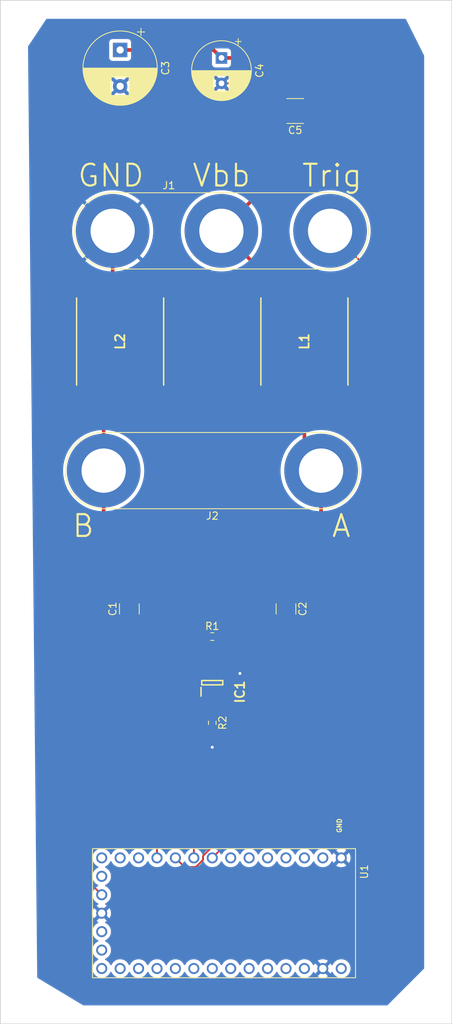
<source format=kicad_pcb>
(kicad_pcb (version 20211014) (generator pcbnew)
  (layers (0 "F.Cu" signal) (31 "B.Cu" signal) (34 "B.Paste" user) (35 "F.Paste" user) (36 "B.SilkS" user "B.Silkscreen") (37 "F.SilkS" user "F.Silkscreen") (38 "B.Mask" user) (39 "F.Mask" user) (44 "Edge.Cuts" user))
  (net 0 "")
  (net 8 "B")
  (net 9 "A")
  (net 10 "Vbb")
  (net 25 "GND")
  (net 26 "Net-(IC1-Pad1)")
  (net 27 "MODE")
  (net 31 "Net-(IC1-Pad3)")
  (net 32 "Net-(IC1-Pad4)")
  (net 33 "3.3V")
  (net 34 "Trig")
  (net 35 "Net-(C1-Pad1)")
  (net 36 "Net-(C2-Pad2)")
  (footprint "MSS1278-124KLD:INDPM120120X805N" (layer "F.Cu") (at 115.57 111.76 -90)
    (fp_text reference "L1" (at 0 0 90) (layer "F.SilkS") (effects (font (size 1.27 1.27) (thickness 0.254))))
    (fp_text value "120 uH - 1.9A" hide)
    (fp_line (start -6 6) (end 6 6) (layer "F.SilkS") (width 0.2))
    (fp_line (start 6 -6) (end -6 -6) (layer "F.SilkS") (width 0.2))
    (pad "1" smd rect (at -4.4 0 270) (size 4.5 5.1) (layers "F.Cu" "F.Paste" "F.Mask") (net 10 "Vbb"))
    (pad "2" smd rect (at 4.4 0 270) (size 4.5 5.1) (layers "F.Cu" "F.Paste" "F.Mask") (net 9 "A"))
  )
  (footprint "Connector:Banana_Jack_3Pin" (layer "F.Cu") (at 89.14 96.52)
    (fp_text reference "J1" (at 7.75 -6.25) (layer "F.SilkS"))
    (fp_text value "Conn_01x03")
    (fp_line (start 0 5.25) (end 30 5.25) (layer "F.SilkS") (width 0.12))
    (fp_line (start 30 -5.25) (end 0 -5.25) (layer "F.SilkS") (width 0.12))
    (fp_arc (start 30 -5.25) (mid 35.25 0) (end 30 5.25) (layer "F.SilkS") (width 0.12))
    (fp_arc (start 0 5.25) (mid -5.25 0) (end 0 -5.25) (layer "F.SilkS") (width 0.12))
    (pad "1" thru_hole circle (at 0 0) (size 10.16 10.16) (drill 6.1) (layers *.Cu *.Mask) (net 25 "GND"))
    (pad "2" thru_hole circle (at 14.99 0) (size 10.16 10.16) (drill 6.1) (layers *.Cu *.Mask) (net 10 "Vbb"))
    (pad "3" thru_hole circle (at 29.97 0) (size 10.16 10.16) (drill 6.1) (layers *.Cu *.Mask) (net 34 "Trig"))
  )
  (footprint "Resistor_SMD:R_0603_1608Metric" (layer "F.Cu") (at 102.87 152.4)
    (fp_text reference "R1" (at 0 -1.43) (layer "F.SilkS"))
    (fp_text value "120")
    (fp_line (start -0.237258 0.5225) (end 0.237258 0.5225) (layer "F.SilkS") (width 0.12))
    (fp_line (start -0.237258 -0.5225) (end 0.237258 -0.5225) (layer "F.SilkS") (width 0.12))
    (pad "1" smd roundrect (at -0.825 0) (size 0.8 0.95) (layers "F.Cu" "F.Paste" "F.Mask") (net 35 "Net-(C1-Pad1)"))
    (pad "2" smd roundrect (at 0.825 0) (size 0.8 0.95) (layers "F.Cu" "F.Paste" "F.Mask") (net 36 "Net-(C2-Pad2)"))
  )
  (footprint "MSS1278-124KLD:INDPM120120X805N" (layer "F.Cu") (at 90.17 111.76 -90)
    (fp_text reference "L2" (at 0 0 90) (layer "F.SilkS") (effects (font (size 1.27 1.27) (thickness 0.254))))
    (fp_text value "120 uH - 1.9A" hide)
    (fp_line (start 6 -6) (end -6 -6) (layer "F.SilkS") (width 0.2))
    (fp_line (start -6 6) (end 6 6) (layer "F.SilkS") (width 0.2))
    (pad "1" smd rect (at -4.4 0 270) (size 4.5 5.1) (layers "F.Cu" "F.Paste" "F.Mask") (net 25 "GND"))
    (pad "2" smd rect (at 4.4 0 270) (size 4.5 5.1) (layers "F.Cu" "F.Paste" "F.Mask") (net 8 "B"))
  )
  (footprint "Capacitor_THT:CP_Radial_D8.0mm_P3.50mm" (layer "F.Cu") (at 104.14 72.7 -90)
    (fp_text reference "C4" (at 1.75 -5.25 90) (layer "F.SilkS"))
    (fp_text value "10 uF - 200V")
    (fp_line (start 2.951 -3.902) (end 2.951 -1.04) (layer "F.SilkS") (width 0.12))
    (fp_line (start 5.271 -2.102) (end 5.271 2.102) (layer "F.SilkS") (width 0.12))
    (fp_line (start 2.751 1.04) (end 2.751 3.957) (layer "F.SilkS") (width 0.12))
    (fp_line (start 3.791 -3.54) (end 3.791 -1.04) (layer "F.SilkS") (width 0.12))
    (fp_line (start 1.83 -4.08) (end 1.83 4.08) (layer "F.SilkS") (width 0.12))
    (fp_line (start 5.391 -1.89) (end 5.391 1.89) (layer "F.SilkS") (width 0.12))
    (fp_line (start 4.831 -2.697) (end 4.831 2.697) (layer "F.SilkS") (width 0.12))
    (fp_line (start 3.951 1.04) (end 3.951 3.444) (layer "F.SilkS") (width 0.12))
    (fp_line (start -2.659698 -2.315) (end -1.859698 -2.315) (layer "F.SilkS") (width 0.12))
    (fp_line (start 2.11 -4.065) (end 2.11 4.065) (layer "F.SilkS") (width 0.12))
    (fp_line (start 5.471 -1.731) (end 5.471 1.731) (layer "F.SilkS") (width 0.12))
    (fp_line (start 2.551 1.04) (end 2.551 4.002) (layer "F.SilkS") (width 0.12))
    (fp_line (start 2.951 1.04) (end 2.951 3.902) (layer "F.SilkS") (width 0.12))
    (fp_line (start 2.31 -4.042) (end 2.31 4.042) (layer "F.SilkS") (width 0.12))
    (fp_line (start 4.311 1.04) (end 4.311 3.189) (layer "F.SilkS") (width 0.12))
    (fp_line (start 5.551 -1.552) (end 5.551 1.552) (layer "F.SilkS") (width 0.12))
    (fp_line (start 2.911 1.04) (end 2.911 3.914) (layer "F.SilkS") (width 0.12))
    (fp_line (start 2.591 1.04) (end 2.591 3.994) (layer "F.SilkS") (width 0.12))
    (fp_line (start 2.19 -4.057) (end 2.19 4.057) (layer "F.SilkS") (width 0.12))
    (fp_line (start 3.831 -3.517) (end 3.831 -1.04) (layer "F.SilkS") (width 0.12))
    (fp_line (start 4.591 -2.945) (end 4.591 2.945) (layer "F.SilkS") (width 0.12))
    (fp_line (start 3.391 1.04) (end 3.391 3.74) (layer "F.SilkS") (width 0.12))
    (fp_line (start 1.99 -4.074) (end 1.99 4.074) (layer "F.SilkS") (width 0.12))
    (fp_line (start 3.431 -3.722) (end 3.431 -1.04) (layer "F.SilkS") (width 0.12))
    (fp_line (start 2.671 -3.976) (end 2.671 -1.04) (layer "F.SilkS") (width 0.12))
    (fp_line (start 4.271 -3.22) (end 4.271 -1.04) (layer "F.SilkS") (width 0.12))
    (fp_line (start 1.79 -4.08) (end 1.79 4.08) (layer "F.SilkS") (width 0.12))
    (fp_line (start 3.111 -3.85) (end 3.111 -1.04) (layer "F.SilkS") (width 0.12))
    (fp_line (start 4.071 -3.365) (end 4.071 -1.04) (layer "F.SilkS") (width 0.12))
    (fp_line (start 5.231 -2.166) (end 5.231 2.166) (layer "F.SilkS") (width 0.12))
    (fp_line (start 3.351 1.04) (end 3.351 3.757) (layer "F.SilkS") (width 0.12))
    (fp_line (start 3.071 1.04) (end 3.071 3.863) (layer "F.SilkS") (width 0.12))
    (fp_line (start 4.711 -2.826) (end 4.711 2.826) (layer "F.SilkS") (width 0.12))
    (fp_line (start 4.191 -3.28) (end 4.191 -1.04) (layer "F.SilkS") (width 0.12))
    (fp_line (start 3.031 -3.877) (end 3.031 -1.04) (layer "F.SilkS") (width 0.12))
    (fp_line (start 4.111 1.04) (end 4.111 3.338) (layer "F.SilkS") (width 0.12))
    (fp_line (start 4.071 1.04) (end 4.071 3.365) (layer "F.SilkS") (width 0.12))
    (fp_line (start 2.03 -4.071) (end 2.03 4.071) (layer "F.SilkS") (width 0.12))
    (fp_line (start 4.391 1.04) (end 4.391 3.124) (layer "F.SilkS") (width 0.12))
    (fp_line (start 2.791 -3.947) (end 2.791 -1.04) (layer "F.SilkS") (width 0.12))
    (fp_line (start 2.471 1.04) (end 2.471 4.017) (layer "F.SilkS") (width 0.12))
    (fp_line (start -2.259698 -2.715) (end -2.259698 -1.915) (layer "F.SilkS") (width 0.12))
    (fp_line (start 5.431 -1.813) (end 5.431 1.813) (layer "F.SilkS") (width 0.12))
    (fp_line (start 3.391 -3.74) (end 3.391 -1.04) (layer "F.SilkS") (width 0.12))
    (fp_line (start 3.551 1.04) (end 3.551 3.666) (layer "F.SilkS") (width 0.12))
    (fp_line (start 3.991 -3.418) (end 3.991 -1.04) (layer "F.SilkS") (width 0.12))
    (fp_line (start 3.191 -3.821) (end 3.191 -1.04) (layer "F.SilkS") (width 0.12))
    (fp_line (start 4.471 -3.055) (end 4.471 -1.04) (layer "F.SilkS") (width 0.12))
    (fp_line (start 5.711 -1.098) (end 5.711 1.098) (layer "F.SilkS") (width 0.12))
    (fp_line (start 2.551 -4.002) (end 2.551 -1.04) (layer "F.SilkS") (width 0.12))
    (fp_line (start 3.311 -3.774) (end 3.311 -1.04) (layer "F.SilkS") (width 0.12))
    (fp_line (start 3.511 1.04) (end 3.511 3.686) (layer "F.SilkS") (width 0.12))
    (fp_line (start 2.711 -3.967) (end 2.711 -1.04) (layer "F.SilkS") (width 0.12))
    (fp_line (start 4.231 1.04) (end 4.231 3.25) (layer "F.SilkS") (width 0.12))
    (fp_line (start 3.191 1.04) (end 3.191 3.821) (layer "F.SilkS") (width 0.12))
    (fp_line (start 4.271 1.04) (end 4.271 3.22) (layer "F.SilkS") (width 0.12))
    (fp_line (start 4.631 -2.907) (end 4.631 2.907) (layer "F.SilkS") (width 0.12))
    (fp_line (start 4.551 -2.983) (end 4.551 2.983) (layer "F.SilkS") (width 0.12))
    (fp_line (start 4.871 -2.651) (end 4.871 2.651) (layer "F.SilkS") (width 0.12))
    (fp_line (start 3.551 -3.666) (end 3.551 -1.04) (layer "F.SilkS") (width 0.12))
    (fp_line (start 4.351 -3.156) (end 4.351 -1.04) (layer "F.SilkS") (width 0.12))
    (fp_line (start 4.671 -2.867) (end 4.671 2.867) (layer "F.SilkS") (width 0.12))
    (fp_line (start 3.271 -3.79) (end 3.271 -1.04) (layer "F.SilkS") (width 0.12))
    (fp_line (start 2.871 -3.925) (end 2.871 -1.04) (layer "F.SilkS") (width 0.12))
    (fp_line (start 2.991 1.04) (end 2.991 3.889) (layer "F.SilkS") (width 0.12))
    (fp_line (start 1.95 -4.076) (end 1.95 4.076) (layer "F.SilkS") (width 0.12))
    (fp_line (start 5.351 -1.964) (end 5.351 1.964) (layer "F.SilkS") (width 0.12))
    (fp_line (start 5.031 -2.454) (end 5.031 2.454) (layer "F.SilkS") (width 0.12))
    (fp_line (start 3.871 1.04) (end 3.871 3.493) (layer "F.SilkS") (width 0.12))
    (fp_line (start 2.35 -4.037) (end 2.35 4.037) (layer "F.SilkS") (width 0.12))
    (fp_line (start 4.511 -3.019) (end 4.511 -1.04) (layer "F.SilkS") (width 0.12))
    (fp_line (start 1.91 -4.077) (end 1.91 4.077) (layer "F.SilkS") (width 0.12))
    (fp_line (start 5.831 -0.533) (end 5.831 0.533) (layer "F.SilkS") (width 0.12))
    (fp_line (start 5.591 -1.453) (end 5.591 1.453) (layer "F.SilkS") (width 0.12))
    (fp_line (start 2.671 1.04) (end 2.671 3.976) (layer "F.SilkS") (width 0.12))
    (fp_line (start 2.39 -4.03) (end 2.39 4.03) (layer "F.SilkS") (width 0.12))
    (fp_line (start 2.631 -3.985) (end 2.631 -1.04) (layer "F.SilkS") (width 0.12))
    (fp_line (start 5.631 -1.346) (end 5.631 1.346) (layer "F.SilkS") (width 0.12))
    (fp_line (start 3.791 1.04) (end 3.791 3.54) (layer "F.SilkS") (width 0.12))
    (fp_line (start 2.711 1.04) (end 2.711 3.967) (layer "F.SilkS") (width 0.12))
    (fp_line (start 3.151 -3.835) (end 3.151 -1.04) (layer "F.SilkS") (width 0.12))
    (fp_line (start 3.671 1.04) (end 3.671 3.606) (layer "F.SilkS") (width 0.12))
    (fp_line (start 3.711 -3.584) (end 3.711 -1.04) (layer "F.SilkS") (width 0.12))
    (fp_line (start 2.831 1.04) (end 2.831 3.936) (layer "F.SilkS") (width 0.12))
    (fp_line (start 1.87 -4.079) (end 1.87 4.079) (layer "F.SilkS") (width 0.12))
    (fp_line (start 2.911 -3.914) (end 2.911 -1.04) (layer "F.SilkS") (width 0.12))
    (fp_line (start 3.471 -3.704) (end 3.471 -1.04) (layer "F.SilkS") (width 0.12))
    (fp_line (start 4.431 -3.09) (end 4.431 -1.04) (layer "F.SilkS") (width 0.12))
    (fp_line (start 4.311 -3.189) (end 4.311 -1.04) (layer "F.SilkS") (width 0.12))
    (fp_line (start 3.991 1.04) (end 3.991 3.418) (layer "F.SilkS") (width 0.12))
    (fp_line (start 2.751 -3.957) (end 2.751 -1.04) (layer "F.SilkS") (width 0.12))
    (fp_line (start 5.511 -1.645) (end 5.511 1.645) (layer "F.SilkS") (width 0.12))
    (fp_line (start 5.791 -0.768) (end 5.791 0.768) (layer "F.SilkS") (width 0.12))
    (fp_line (start 2.43 -4.024) (end 2.43 4.024) (layer "F.SilkS") (width 0.12))
    (fp_line (start 2.471 -4.017) (end 2.471 -1.04) (layer "F.SilkS") (width 0.12))
    (fp_line (start 2.991 -3.889) (end 2.991 -1.04) (layer "F.SilkS") (width 0.12))
    (fp_line (start 5.111 -2.345) (end 5.111 2.345) (layer "F.SilkS") (width 0.12))
    (fp_line (start 3.831 1.04) (end 3.831 3.517) (layer "F.SilkS") (width 0.12))
    (fp_line (start 2.23 -4.052) (end 2.23 4.052) (layer "F.SilkS") (width 0.12))
    (fp_line (start 3.591 1.04) (end 3.591 3.647) (layer "F.SilkS") (width 0.12))
    (fp_line (start 4.431 1.04) (end 4.431 3.09) (layer "F.SilkS") (width 0.12))
    (fp_line (start 4.751 -2.784) (end 4.751 2.784) (layer "F.SilkS") (width 0.12))
    (fp_line (start 3.711 1.04) (end 3.711 3.584) (layer "F.SilkS") (width 0.12))
    (fp_line (start 4.151 -3.309) (end 4.151 -1.04) (layer "F.SilkS") (width 0.12))
    (fp_line (start 3.271 1.04) (end 3.271 3.79) (layer "F.SilkS") (width 0.12))
    (fp_line (start 1.75 -4.08) (end 1.75 4.08) (layer "F.SilkS") (width 0.12))
    (fp_line (start 5.151 -2.287) (end 5.151 2.287) (layer "F.SilkS") (width 0.12))
    (fp_line (start 3.631 -3.627) (end 3.631 -1.04) (layer "F.SilkS") (width 0.12))
    (fp_line (start 5.191 -2.228) (end 5.191 2.228) (layer "F.SilkS") (width 0.12))
    (fp_line (start 5.071 -2.4) (end 5.071 2.4) (layer "F.SilkS") (width 0.12))
    (fp_line (start 3.151 1.04) (end 3.151 3.835) (layer "F.SilkS") (width 0.12))
    (fp_line (start 4.991 -2.505) (end 4.991 2.505) (layer "F.SilkS") (width 0.12))
    (fp_line (start 3.231 -3.805) (end 3.231 -1.04) (layer "F.SilkS") (width 0.12))
    (fp_line (start 3.631 1.04) (end 3.631 3.627) (layer "F.SilkS") (width 0.12))
    (fp_line (start 3.071 -3.863) (end 3.071 -1.04) (layer "F.SilkS") (width 0.12))
    (fp_line (start 4.511 1.04) (end 4.511 3.019) (layer "F.SilkS") (width 0.12))
    (fp_line (start 4.031 1.04) (end 4.031 3.392) (layer "F.SilkS") (width 0.12))
    (fp_line (start 2.15 -4.061) (end 2.15 4.061) (layer "F.SilkS") (width 0.12))
    (fp_line (start 5.751 -0.948) (end 5.751 0.948) (layer "F.SilkS") (width 0.12))
    (fp_line (start 3.431 1.04) (end 3.431 3.722) (layer "F.SilkS") (width 0.12))
    (fp_line (start 3.591 -3.647) (end 3.591 -1.04) (layer "F.SilkS") (width 0.12))
    (fp_line (start 2.27 -4.048) (end 2.27 4.048) (layer "F.SilkS") (width 0.12))
    (fp_line (start 3.231 1.04) (end 3.231 3.805) (layer "F.SilkS") (width 0.12))
    (fp_line (start 3.911 1.04) (end 3.911 3.469) (layer "F.SilkS") (width 0.12))
    (fp_line (start 4.471 1.04) (end 4.471 3.055) (layer "F.SilkS") (width 0.12))
    (fp_line (start 3.951 -3.444) (end 3.951 -1.04) (layer "F.SilkS") (width 0.12))
    (fp_line (start 4.351 1.04) (end 4.351 3.156) (layer "F.SilkS") (width 0.12))
    (fp_line (start 3.751 1.04) (end 3.751 3.562) (layer "F.SilkS") (width 0.12))
    (fp_line (start 4.951 -2.556) (end 4.951 2.556) (layer "F.SilkS") (width 0.12))
    (fp_line (start 4.231 -3.25) (end 4.231 -1.04) (layer "F.SilkS") (width 0.12))
    (fp_line (start 4.191 1.04) (end 4.191 3.28) (layer "F.SilkS") (width 0.12))
    (fp_line (start 2.07 -4.068) (end 2.07 4.068) (layer "F.SilkS") (width 0.12))
    (fp_line (start 4.791 -2.741) (end 4.791 2.741) (layer "F.SilkS") (width 0.12))
    (fp_line (start 2.511 1.04) (end 2.511 4.01) (layer "F.SilkS") (width 0.12))
    (fp_line (start 4.391 -3.124) (end 4.391 -1.04) (layer "F.SilkS") (width 0.12))
    (fp_line (start 5.311 -2.034) (end 5.311 2.034) (layer "F.SilkS") (width 0.12))
    (fp_line (start 4.031 -3.392) (end 4.031 -1.04) (layer "F.SilkS") (width 0.12))
    (fp_line (start 2.511 -4.01) (end 2.511 -1.04) (layer "F.SilkS") (width 0.12))
    (fp_line (start 3.111 1.04) (end 3.111 3.85) (layer "F.SilkS") (width 0.12))
    (fp_line (start 5.671 -1.229) (end 5.671 1.229) (layer "F.SilkS") (width 0.12))
    (fp_line (start 2.831 -3.936) (end 2.831 -1.04) (layer "F.SilkS") (width 0.12))
    (fp_line (start 4.151 1.04) (end 4.151 3.309) (layer "F.SilkS") (width 0.12))
    (fp_line (start 2.871 1.04) (end 2.871 3.925) (layer "F.SilkS") (width 0.12))
    (fp_line (start 3.311 1.04) (end 3.311 3.774) (layer "F.SilkS") (width 0.12))
    (fp_line (start 3.471 1.04) (end 3.471 3.704) (layer "F.SilkS") (width 0.12))
    (fp_line (start 3.911 -3.469) (end 3.911 -1.04) (layer "F.SilkS") (width 0.12))
    (fp_line (start 3.871 -3.493) (end 3.871 -1.04) (layer "F.SilkS") (width 0.12))
    (fp_line (start 3.511 -3.686) (end 3.511 -1.04) (layer "F.SilkS") (width 0.12))
    (fp_line (start 4.111 -3.338) (end 4.111 -1.04) (layer "F.SilkS") (width 0.12))
    (fp_line (start 2.791 1.04) (end 2.791 3.947) (layer "F.SilkS") (width 0.12))
    (fp_line (start 3.671 -3.606) (end 3.671 -1.04) (layer "F.SilkS") (width 0.12))
    (fp_line (start 3.751 -3.562) (end 3.751 -1.04) (layer "F.SilkS") (width 0.12))
    (fp_line (start 4.911 -2.604) (end 4.911 2.604) (layer "F.SilkS") (width 0.12))
    (fp_line (start 2.631 1.04) (end 2.631 3.985) (layer "F.SilkS") (width 0.12))
    (fp_line (start 3.351 -3.757) (end 3.351 -1.04) (layer "F.SilkS") (width 0.12))
    (fp_line (start 3.031 1.04) (end 3.031 3.877) (layer "F.SilkS") (width 0.12))
    (fp_line (start 2.591 -3.994) (end 2.591 -1.04) (layer "F.SilkS") (width 0.12))
    (fp_circle (center 1.75 0) (end 5.87 0) (layer "F.SilkS") (width 0.12) (fill none))
    (pad "1" thru_hole rect (at 0 0 270) (size 1.6 1.6) (drill 0.8) (layers *.Cu *.Mask) (net 10 "Vbb"))
    (pad "2" thru_hole circle (at 3.5 0 270) (size 1.6 1.6) (drill 0.8) (layers *.Cu *.Mask) (net 25 "GND"))
  )
  (footprint "THVD8000:SOT65P280X110-8N" (layer "F.Cu") (at 102.87 158.75 90)
    (fp_text reference "IC1" (at -1.27 3.81 90) (layer "F.SilkS") (effects (font (size 1.27 1.27) (thickness 0.254))))
    (fp_text value "THVD8000DDFR" hide)
    (fp_line (start 0.3 1.45) (end -0.3 1.45) (layer "F.SilkS") (width 0.2))
    (fp_line (start -1.85 -1.55) (end -0.65 -1.55) (layer "F.SilkS") (width 0.2))
    (fp_line (start 0.3 -1.45) (end 0.3 1.45) (layer "F.SilkS") (width 0.2))
    (fp_line (start -0.3 -1.45) (end 0.3 -1.45) (layer "F.SilkS") (width 0.2))
    (fp_line (start -0.3 1.45) (end -0.3 -1.45) (layer "F.SilkS") (width 0.2))
    (pad "1" smd rect (at -1.25 -0.975 180) (size 0.45 1.2) (layers "F.Cu" "F.Paste" "F.Mask") (net 26 "Net-(IC1-Pad1)"))
    (pad "2" smd rect (at -1.25 -0.325 180) (size 0.45 1.2) (layers "F.Cu" "F.Paste" "F.Mask") (net 27 "MODE"))
    (pad "3" smd rect (at -1.25 0.325 180) (size 0.45 1.2) (layers "F.Cu" "F.Paste" "F.Mask") (net 31 "Net-(IC1-Pad3)"))
    (pad "4" smd rect (at -1.25 0.975 180) (size 0.45 1.2) (layers "F.Cu" "F.Paste" "F.Mask") (net 32 "Net-(IC1-Pad4)"))
    (pad "5" smd rect (at 1.25 0.975 180) (size 0.45 1.2) (layers "F.Cu" "F.Paste" "F.Mask") (net 25 "GND"))
    (pad "6" smd rect (at 1.25 0.325 180) (size 0.45 1.2) (layers "F.Cu" "F.Paste" "F.Mask") (net 36 "Net-(C2-Pad2)"))
    (pad "7" smd rect (at 1.25 -0.325 180) (size 0.45 1.2) (layers "F.Cu" "F.Paste" "F.Mask") (net 35 "Net-(C1-Pad1)"))
    (pad "8" smd rect (at 1.25 -0.975 180) (size 0.45 1.2) (layers "F.Cu" "F.Paste" "F.Mask") (net 33 "3.3V"))
  )
  (footprint "Resistor_SMD:R_0603_1608Metric" (layer "F.Cu") (at 102.87 164.275 -90)
    (fp_text reference "R2" (at 0 -1.43 90) (layer "F.SilkS"))
    (fp_text value "1.5 k")
    (fp_line (start -0.237258 0.5225) (end 0.237258 0.5225) (layer "F.SilkS") (width 0.12))
    (fp_line (start -0.237258 -0.5225) (end 0.237258 -0.5225) (layer "F.SilkS") (width 0.12))
    (pad "1" smd roundrect (at -0.825 0 270) (size 0.8 0.95) (layers "F.Cu" "F.Paste" "F.Mask") (net 31 "Net-(IC1-Pad3)"))
    (pad "2" smd roundrect (at 0.825 0 270) (size 0.8 0.95) (layers "F.Cu" "F.Paste" "F.Mask") (net 25 "GND"))
  )
  (footprint "Connector:Banana_Jack_2Pin" (layer "F.Cu") (at 117.87 129.54 180)
    (fp_text reference "J2" (at 14.985 -6.24) (layer "F.SilkS"))
    (fp_text value "Conn_01x02")
    (fp_line (start 30 -5.25) (end 0 -5.25) (layer "F.SilkS") (width 0.12))
    (fp_line (start 0 5.25) (end 30 5.25) (layer "F.SilkS") (width 0.12))
    (fp_arc (start 0 5.25) (mid -5.25 0) (end 0 -5.25) (layer "F.SilkS") (width 0.12))
    (fp_arc (start 30 -5.25) (mid 35.25 0) (end 30 5.25) (layer "F.SilkS") (width 0.12))
    (pad "1" thru_hole circle (at 0 0 180) (size 10.16 10.16) (drill 6.1) (layers *.Cu *.Mask) (net 9 "A"))
    (pad "2" thru_hole circle (at 29.97 0 180) (size 10.16 10.16) (drill 6.1) (layers *.Cu *.Mask) (net 8 "B"))
  )
  (footprint "Capacitor_THT:CP_Radial_D10.0mm_P5.00mm" (layer "F.Cu") (at 90.17 71.602323 -90)
    (fp_text reference "C3" (at 2.5 -6.25 90) (layer "F.SilkS"))
    (fp_text value "47 uF - 200V")
    (fp_line (start 5.301 1.241) (end 5.301 4.247) (layer "F.SilkS") (width 0.12))
    (fp_line (start 3.701 -4.938) (end 3.701 4.938) (layer "F.SilkS") (width 0.12))
    (fp_line (start 5.621 1.241) (end 5.621 4.02) (layer "F.SilkS") (width 0.12))
    (fp_line (start 5.821 1.241) (end 5.821 3.858) (layer "F.SilkS") (width 0.12))
    (fp_line (start 5.541 1.241) (end 5.541 4.08) (layer "F.SilkS") (width 0.12))
    (fp_line (start 5.661 1.241) (end 5.661 3.989) (layer "F.SilkS") (width 0.12))
    (fp_line (start 2.62 -5.079) (end 2.62 5.079) (layer "F.SilkS") (width 0.12))
    (fp_line (start 6.861 -2.645) (end 6.861 2.645) (layer "F.SilkS") (width 0.12))
    (fp_line (start 3.501 -4.982) (end 3.501 4.982) (layer "F.SilkS") (width 0.12))
    (fp_line (start 4.941 -4.462) (end 4.941 -1.241) (layer "F.SilkS") (width 0.12))
    (fp_line (start 4.381 -4.723) (end 4.381 -1.241) (layer "F.SilkS") (width 0.12))
    (fp_line (start 5.581 1.241) (end 5.581 4.05) (layer "F.SilkS") (width 0.12))
    (fp_line (start 4.501 -4.674) (end 4.501 -1.241) (layer "F.SilkS") (width 0.12))
    (fp_line (start 6.541 -3.106) (end 6.541 3.106) (layer "F.SilkS") (width 0.12))
    (fp_line (start 5.941 -3.753) (end 5.941 -1.241) (layer "F.SilkS") (width 0.12))
    (fp_line (start 4.821 -4.525) (end 4.821 -1.241) (layer "F.SilkS") (width 0.12))
    (fp_line (start 4.541 1.241) (end 4.541 4.657) (layer "F.SilkS") (width 0.12))
    (fp_line (start 5.221 -4.298) (end 5.221 -1.241) (layer "F.SilkS") (width 0.12))
    (fp_line (start 3.1 -5.045) (end 3.1 5.045) (layer "F.SilkS") (width 0.12))
    (fp_line (start 5.021 -4.417) (end 5.021 -1.241) (layer "F.SilkS") (width 0.12))
    (fp_line (start 5.021 1.241) (end 5.021 4.417) (layer "F.SilkS") (width 0.12))
    (fp_line (start 6.421 -3.254) (end 6.421 3.254) (layer "F.SilkS") (width 0.12))
    (fp_line (start 3.541 -4.974) (end 3.541 4.974) (layer "F.SilkS") (width 0.12))
    (fp_line (start 6.781 -2.77) (end 6.781 2.77) (layer "F.SilkS") (width 0.12))
    (fp_line (start 5.261 1.241) (end 5.261 4.273) (layer "F.SilkS") (width 0.12))
    (fp_line (start 4.141 -4.811) (end 4.141 -1.241) (layer "F.SilkS") (width 0.12))
    (fp_line (start 7.541 -0.862) (end 7.541 0.862) (layer "F.SilkS") (width 0.12))
    (fp_line (start 5.941 1.241) (end 5.941 3.753) (layer "F.SilkS") (width 0.12))
    (fp_line (start 6.341 -3.347) (end 6.341 3.347) (layer "F.SilkS") (width 0.12))
    (fp_line (start 4.981 -4.44) (end 4.981 -1.241) (layer "F.SilkS") (width 0.12))
    (fp_line (start 6.621 -3) (end 6.621 3) (layer "F.SilkS") (width 0.12))
    (fp_line (start 4.221 1.241) (end 4.221 4.783) (layer "F.SilkS") (width 0.12))
    (fp_line (start 3.861 -4.897) (end 3.861 -1.241) (layer "F.SilkS") (width 0.12))
    (fp_line (start 6.461 -3.206) (end 6.461 3.206) (layer "F.SilkS") (width 0.12))
    (fp_line (start 7.021 -2.365) (end 7.021 2.365) (layer "F.SilkS") (width 0.12))
    (fp_line (start 4.781 -4.545) (end 4.781 -1.241) (layer "F.SilkS") (width 0.12))
    (fp_line (start 4.181 1.241) (end 4.181 4.797) (layer "F.SilkS") (width 0.12))
    (fp_line (start 5.141 1.241) (end 5.141 4.347) (layer "F.SilkS") (width 0.12))
    (fp_line (start 4.341 1.241) (end 4.341 4.738) (layer "F.SilkS") (width 0.12))
    (fp_line (start 3.741 -4.928) (end 3.741 4.928) (layer "F.SilkS") (width 0.12))
    (fp_line (start 3.221 -5.03) (end 3.221 5.03) (layer "F.SilkS") (width 0.12))
    (fp_line (start 4.221 -4.783) (end 4.221 -1.241) (layer "F.SilkS") (width 0.12))
    (fp_line (start 7.101 -2.209) (end 7.101 2.209) (layer "F.SilkS") (width 0.12))
    (fp_line (start 5.461 -4.138) (end 5.461 -1.241) (layer "F.SilkS") (width 0.12))
    (fp_line (start 3.14 -5.04) (end 3.14 5.04) (layer "F.SilkS") (width 0.12))
    (fp_line (start 3.581 -4.965) (end 3.581 4.965) (layer "F.SilkS") (width 0.12))
    (fp_line (start 4.661 -4.603) (end 4.661 -1.241) (layer "F.SilkS") (width 0.12))
    (fp_line (start 2.7 -5.077) (end 2.7 5.077) (layer "F.SilkS") (width 0.12))
    (fp_line (start 5.901 -3.789) (end 5.901 -1.241) (layer "F.SilkS") (width 0.12))
    (fp_line (start 6.181 -3.52) (end 6.181 -1.241) (layer "F.SilkS") (width 0.12))
    (fp_line (start 6.581 -3.054) (end 6.581 3.054) (layer "F.SilkS") (width 0.12))
    (fp_line (start 5.301 -4.247) (end 5.301 -1.241) (layer "F.SilkS") (width 0.12))
    (fp_line (start 5.061 -4.395) (end 5.061 -1.241) (layer "F.SilkS") (width 0.12))
    (fp_line (start 3.981 -4.862) (end 3.981 -1.241) (layer "F.SilkS") (width 0.12))
    (fp_line (start 3.861 1.241) (end 3.861 4.897) (layer "F.SilkS") (width 0.12))
    (fp_line (start 7.301 -1.742) (end 7.301 1.742) (layer "F.SilkS") (width 0.12))
    (fp_line (start 6.381 -3.301) (end 6.381 3.301) (layer "F.SilkS") (width 0.12))
    (fp_line (start 6.701 -2.889) (end 6.701 2.889) (layer "F.SilkS") (width 0.12))
    (fp_line (start 5.341 1.241) (end 5.341 4.221) (layer "F.SilkS") (width 0.12))
    (fp_line (start 4.141 1.241) (end 4.141 4.811) (layer "F.SilkS") (width 0.12))
    (fp_line (start 4.501 1.241) (end 4.501 4.674) (layer "F.SilkS") (width 0.12))
    (fp_line (start 4.461 -4.69) (end 4.461 -1.241) (layer "F.SilkS") (width 0.12))
    (fp_line (start -2.979646 -2.875) (end -1.979646 -2.875) (layer "F.SilkS") (width 0.12))
    (fp_line (start 5.701 1.241) (end 5.701 3.957) (layer "F.SilkS") (width 0.12))
    (fp_line (start 2.54 -5.08) (end 2.54 5.08) (layer "F.SilkS") (width 0.12))
    (fp_line (start 6.981 -2.439) (end 6.981 2.439) (layer "F.SilkS") (width 0.12))
    (fp_line (start 2.58 -5.08) (end 2.58 5.08) (layer "F.SilkS") (width 0.12))
    (fp_line (start 4.581 1.241) (end 4.581 4.639) (layer "F.SilkS") (width 0.12))
    (fp_line (start 3.821 -4.907) (end 3.821 -1.241) (layer "F.SilkS") (width 0.12))
    (fp_line (start 5.981 -3.716) (end 5.981 -1.241) (layer "F.SilkS") (width 0.12))
    (fp_line (start 3.421 -4.997) (end 3.421 4.997) (layer "F.SilkS") (width 0.12))
    (fp_line (start 5.341 -4.221) (end 5.341 -1.241) (layer "F.SilkS") (width 0.12))
    (fp_line (start 5.101 1.241) (end 5.101 4.371) (layer "F.SilkS") (width 0.12))
    (fp_line (start 6.821 -2.709) (end 6.821 2.709) (layer "F.SilkS") (width 0.12))
    (fp_line (start 5.821 -3.858) (end 5.821 -1.241) (layer "F.SilkS") (width 0.12))
    (fp_line (start 4.061 -4.837) (end 4.061 -1.241) (layer "F.SilkS") (width 0.12))
    (fp_line (start 6.061 1.241) (end 6.061 3.64) (layer "F.SilkS") (width 0.12))
    (fp_line (start 4.901 -4.483) (end 4.901 -1.241) (layer "F.SilkS") (width 0.12))
    (fp_line (start 3.821 1.241) (end 3.821 4.907) (layer "F.SilkS") (width 0.12))
    (fp_line (start 5.541 -4.08) (end 5.541 -1.241) (layer "F.SilkS") (width 0.12))
    (fp_line (start 6.021 -3.679) (end 6.021 -1.241) (layer "F.SilkS") (width 0.12))
    (fp_line (start 3.621 -4.956) (end 3.621 4.956) (layer "F.SilkS") (width 0.12))
    (fp_line (start 6.661 -2.945) (end 6.661 2.945) (layer "F.SilkS") (width 0.12))
    (fp_line (start 7.421 -1.378) (end 7.421 1.378) (layer "F.SilkS") (width 0.12))
    (fp_line (start 4.861 -4.504) (end 4.861 -1.241) (layer "F.SilkS") (width 0.12))
    (fp_line (start 4.181 -4.797) (end 4.181 -1.241) (layer "F.SilkS") (width 0.12))
    (fp_line (start 6.941 -2.51) (end 6.941 2.51) (layer "F.SilkS") (width 0.12))
    (fp_line (start 4.061 1.241) (end 4.061 4.837) (layer "F.SilkS") (width 0.12))
    (fp_line (start 7.221 -1.944) (end 7.221 1.944) (layer "F.SilkS") (width 0.12))
    (fp_line (start 4.021 1.241) (end 4.021 4.85) (layer "F.SilkS") (width 0.12))
    (fp_line (start 3.941 1.241) (end 3.941 4.874) (layer "F.SilkS") (width 0.12))
    (fp_line (start 4.461 1.241) (end 4.461 4.69) (layer "F.SilkS") (width 0.12))
    (fp_line (start 5.741 1.241) (end 5.741 3.925) (layer "F.SilkS") (width 0.12))
    (fp_line (start 6.181 1.241) (end 6.181 3.52) (layer "F.SilkS") (width 0.12))
    (fp_line (start 4.021 -4.85) (end 4.021 -1.241) (layer "F.SilkS") (width 0.12))
    (fp_line (start 5.421 1.241) (end 5.421 4.166) (layer "F.SilkS") (width 0.12))
    (fp_line (start 4.861 1.241) (end 4.861 4.504) (layer "F.SilkS") (width 0.12))
    (fp_line (start 3.341 -5.011) (end 3.341 5.011) (layer "F.SilkS") (width 0.12))
    (fp_line (start 3.381 -5.004) (end 3.381 5.004) (layer "F.SilkS") (width 0.12))
    (fp_line (start 4.701 -4.584) (end 4.701 -1.241) (layer "F.SilkS") (width 0.12))
    (fp_line (start 3.06 -5.05) (end 3.06 5.05) (layer "F.SilkS") (width 0.12))
    (fp_line (start 2.86 -5.068) (end 2.86 5.068) (layer "F.SilkS") (width 0.12))
    (fp_line (start 5.381 -4.194) (end 5.381 -1.241) (layer "F.SilkS") (width 0.12))
    (fp_line (start 7.501 -1.062) (end 7.501 1.062) (layer "F.SilkS") (width 0.12))
    (fp_line (start 5.581 -4.05) (end 5.581 -1.241) (layer "F.SilkS") (width 0.12))
    (fp_line (start 4.381 1.241) (end 4.381 4.723) (layer "F.SilkS") (width 0.12))
    (fp_line (start 7.141 -2.125) (end 7.141 2.125) (layer "F.SilkS") (width 0.12))
    (fp_line (start 4.901 1.241) (end 4.901 4.483) (layer "F.SilkS") (width 0.12))
    (fp_line (start 3.901 -4.885) (end 3.901 -1.241) (layer "F.SilkS") (width 0.12))
    (fp_line (start 4.101 -4.824) (end 4.101 -1.241) (layer "F.SilkS") (width 0.12))
    (fp_line (start 5.701 -3.957) (end 5.701 -1.241) (layer "F.SilkS") (width 0.12))
    (fp_line (start 7.461 -1.23) (end 7.461 1.23) (layer "F.SilkS") (width 0.12))
    (fp_line (start 3.18 -5.035) (end 3.18 5.035) (layer "F.SilkS") (width 0.12))
    (fp_line (start 7.581 -0.599) (end 7.581 0.599) (layer "F.SilkS") (width 0.12))
    (fp_line (start -2.479646 -3.375) (end -2.479646 -2.375) (layer "F.SilkS") (width 0.12))
    (fp_line (start 6.021 1.241) (end 6.021 3.679) (layer "F.SilkS") (width 0.12))
    (fp_line (start 5.861 -3.824) (end 5.861 -1.241) (layer "F.SilkS") (width 0.12))
    (fp_line (start 7.381 -1.51) (end 7.381 1.51) (layer "F.SilkS") (width 0.12))
    (fp_line (start 7.181 -2.037) (end 7.181 2.037) (layer "F.SilkS") (width 0.12))
    (fp_line (start 2.98 -5.058) (end 2.98 5.058) (layer "F.SilkS") (width 0.12))
    (fp_line (start 6.501 -3.156) (end 6.501 3.156) (layer "F.SilkS") (width 0.12))
    (fp_line (start 5.221 1.241) (end 5.221 4.298) (layer "F.SilkS") (width 0.12))
    (fp_line (start 4.941 1.241) (end 4.941 4.462) (layer "F.SilkS") (width 0.12))
    (fp_line (start 6.101 -3.601) (end 6.101 -1.241) (layer "F.SilkS") (width 0.12))
    (fp_line (start 5.661 -3.989) (end 5.661 -1.241) (layer "F.SilkS") (width 0.12))
    (fp_line (start 4.261 -4.768) (end 4.261 -1.241) (layer "F.SilkS") (width 0.12))
    (fp_line (start 6.221 -3.478) (end 6.221 -1.241) (layer "F.SilkS") (width 0.12))
    (fp_line (start 3.781 1.241) (end 3.781 4.918) (layer "F.SilkS") (width 0.12))
    (fp_line (start 5.781 -3.892) (end 5.781 -1.241) (layer "F.SilkS") (width 0.12))
    (fp_line (start 4.621 1.241) (end 4.621 4.621) (layer "F.SilkS") (width 0.12))
    (fp_line (start 5.181 -4.323) (end 5.181 -1.241) (layer "F.SilkS") (width 0.12))
    (fp_line (start 6.261 -3.436) (end 6.261 3.436) (layer "F.SilkS") (width 0.12))
    (fp_line (start 5.461 1.241) (end 5.461 4.138) (layer "F.SilkS") (width 0.12))
    (fp_line (start 3.901 1.241) (end 3.901 4.885) (layer "F.SilkS") (width 0.12))
    (fp_line (start 6.101 1.241) (end 6.101 3.601) (layer "F.SilkS") (width 0.12))
    (fp_line (start 4.781 1.241) (end 4.781 4.545) (layer "F.SilkS") (width 0.12))
    (fp_line (start 2.78 -5.073) (end 2.78 5.073) (layer "F.SilkS") (width 0.12))
    (fp_line (start 5.861 1.241) (end 5.861 3.824) (layer "F.SilkS") (width 0.12))
    (fp_line (start 5.381 1.241) (end 5.381 4.194) (layer "F.SilkS") (width 0.12))
    (fp_line (start 4.661 1.241) (end 4.661 4.603) (layer "F.SilkS") (width 0.12))
    (fp_line (start 5.061 1.241) (end 5.061 4.395) (layer "F.SilkS") (width 0.12))
    (fp_line (start 6.141 -3.561) (end 6.141 -1.241) (layer "F.SilkS") (width 0.12))
    (fp_line (start 6.741 -2.83) (end 6.741 2.83) (layer "F.SilkS") (width 0.12))
    (fp_line (start 4.301 1.241) (end 4.301 4.754) (layer "F.SilkS") (width 0.12))
    (fp_line (start 4.421 -4.707) (end 4.421 -1.241) (layer "F.SilkS") (width 0.12))
    (fp_line (start 6.061 -3.64) (end 6.061 -1.241) (layer "F.SilkS") (width 0.12))
    (fp_line (start 5.101 -4.371) (end 5.101 -1.241) (layer "F.SilkS") (width 0.12))
    (fp_line (start 5.421 -4.166) (end 5.421 -1.241) (layer "F.SilkS") (width 0.12))
    (fp_line (start 6.901 -2.579) (end 6.901 2.579) (layer "F.SilkS") (width 0.12))
    (fp_line (start 2.74 -5.075) (end 2.74 5.075) (layer "F.SilkS") (width 0.12))
    (fp_line (start 5.981 1.241) (end 5.981 3.716) (layer "F.SilkS") (width 0.12))
    (fp_line (start 6.221 1.241) (end 6.221 3.478) (layer "F.SilkS") (width 0.12))
    (fp_line (start 7.061 -2.289) (end 7.061 2.289) (layer "F.SilkS") (width 0.12))
    (fp_line (start 3.981 1.241) (end 3.981 4.862) (layer "F.SilkS") (width 0.12))
    (fp_line (start 7.261 -1.846) (end 7.261 1.846) (layer "F.SilkS") (width 0.12))
    (fp_line (start 5.621 -4.02) (end 5.621 -1.241) (layer "F.SilkS") (width 0.12))
    (fp_line (start 2.9 -5.065) (end 2.9 5.065) (layer "F.SilkS") (width 0.12))
    (fp_line (start 3.461 -4.99) (end 3.461 4.99) (layer "F.SilkS") (width 0.12))
    (fp_line (start 4.741 -4.564) (end 4.741 -1.241) (layer "F.SilkS") (width 0.12))
    (fp_line (start 4.581 -4.639) (end 4.581 -1.241) (layer "F.SilkS") (width 0.12))
    (fp_line (start 4.301 -4.754) (end 4.301 -1.241) (layer "F.SilkS") (width 0.12))
    (fp_line (start 4.341 -4.738) (end 4.341 -1.241) (layer "F.SilkS") (width 0.12))
    (fp_line (start 2.5 -5.08) (end 2.5 5.08) (layer "F.SilkS") (width 0.12))
    (fp_line (start 5.901 1.241) (end 5.901 3.789) (layer "F.SilkS") (width 0.12))
    (fp_line (start 5.181 1.241) (end 5.181 4.323) (layer "F.SilkS") (width 0.12))
    (fp_line (start 7.341 -1.63) (end 7.341 1.63) (layer "F.SilkS") (width 0.12))
    (fp_line (start 3.661 -4.947) (end 3.661 4.947) (layer "F.SilkS") (width 0.12))
    (fp_line (start 5.501 1.241) (end 5.501 4.11) (layer "F.SilkS") (width 0.12))
    (fp_line (start 2.94 -5.062) (end 2.94 5.062) (layer "F.SilkS") (width 0.12))
    (fp_line (start 4.421 1.241) (end 4.421 4.707) (layer "F.SilkS") (width 0.12))
    (fp_line (start 5.141 -4.347) (end 5.141 -1.241) (layer "F.SilkS") (width 0.12))
    (fp_line (start 5.261 -4.273) (end 5.261 -1.241) (layer "F.SilkS") (width 0.12))
    (fp_line (start 3.301 -5.018) (end 3.301 5.018) (layer "F.SilkS") (width 0.12))
    (fp_line (start 5.781 1.241) (end 5.781 3.892) (layer "F.SilkS") (width 0.12))
    (fp_line (start 3.941 -4.874) (end 3.941 -1.241) (layer "F.SilkS") (width 0.12))
    (fp_line (start 5.501 -4.11) (end 5.501 -1.241) (layer "F.SilkS") (width 0.12))
    (fp_line (start 3.781 -4.918) (end 3.781 -1.241) (layer "F.SilkS") (width 0.12))
    (fp_line (start 4.101 1.241) (end 4.101 4.824) (layer "F.SilkS") (width 0.12))
    (fp_line (start 3.02 -5.054) (end 3.02 5.054) (layer "F.SilkS") (width 0.12))
    (fp_line (start 3.261 -5.024) (end 3.261 5.024) (layer "F.SilkS") (width 0.12))
    (fp_line (start 4.741 1.241) (end 4.741 4.564) (layer "F.SilkS") (width 0.12))
    (fp_line (start 2.66 -5.078) (end 2.66 5.078) (layer "F.SilkS") (width 0.12))
    (fp_line (start 4.541 -4.657) (end 4.541 -1.241) (layer "F.SilkS") (width 0.12))
    (fp_line (start 4.701 1.241) (end 4.701 4.584) (layer "F.SilkS") (width 0.12))
    (fp_line (start 6.301 -3.392) (end 6.301 3.392) (layer "F.SilkS") (width 0.12))
    (fp_line (start 6.141 1.241) (end 6.141 3.561) (layer "F.SilkS") (width 0.12))
    (fp_line (start 4.981 1.241) (end 4.981 4.44) (layer "F.SilkS") (width 0.12))
    (fp_line (start 2.82 -5.07) (end 2.82 5.07) (layer "F.SilkS") (width 0.12))
    (fp_line (start 4.821 1.241) (end 4.821 4.525) (layer "F.SilkS") (width 0.12))
    (fp_line (start 4.621 -4.621) (end 4.621 -1.241) (layer "F.SilkS") (width 0.12))
    (fp_line (start 4.261 1.241) (end 4.261 4.768) (layer "F.SilkS") (width 0.12))
    (fp_line (start 5.741 -3.925) (end 5.741 -1.241) (layer "F.SilkS") (width 0.12))
    (fp_circle (center 2.5 0) (end 7.62 0) (layer "F.SilkS") (width 0.12) (fill none))
    (pad "1" thru_hole rect (at 0 0 270) (size 2 2) (drill 1) (layers *.Cu *.Mask) (net 10 "Vbb"))
    (pad "2" thru_hole circle (at 5 0 270) (size 2 2) (drill 1) (layers *.Cu *.Mask) (net 25 "GND"))
  )
  (footprint "Capacitor_SMD:C_1210_3225Metric" (layer "F.Cu") (at 91.44 148.59 90)
    (fp_text reference "C1" (at 0 -2.3 90) (layer "F.SilkS"))
    (fp_text value "0.47uF - 250V")
    (fp_line (start -0.711252 -1.36) (end 0.711252 -1.36) (layer "F.SilkS") (width 0.12))
    (fp_line (start -0.711252 1.36) (end 0.711252 1.36) (layer "F.SilkS") (width 0.12))
    (pad "1" smd roundrect (at -1.475 0 90) (size 1.15 2.7) (layers "F.Cu" "F.Paste" "F.Mask") (roundrect_rratio 0.217391) (net 35 "Net-(C1-Pad1)"))
    (pad "2" smd roundrect (at 1.475 0 90) (size 1.15 2.7) (layers "F.Cu" "F.Paste" "F.Mask") (roundrect_rratio 0.217391) (net 8 "B"))
  )
  (footprint "teensy4.0:teensy4.0" (layer "F.Cu") (at 104.14 190.5 -90)
    (fp_text reference "U1" (at -5.715 -19.685 90) (layer "F.SilkS"))
    (fp_text value "DEV-15583")
    (fp_text user "GND" (at -12.065 -16.256 90) (layer "F.SilkS") (effects (font (size 0.64 0.64))))
    (fp_line (start 8.89 -18.48) (end 8.89 17.78) (layer "F.SilkS") (width 0.127))
    (fp_line (start 8.89 17.78) (end -8.89 17.78) (layer "F.SilkS") (width 0.127))
    (fp_line (start -8.89 17.78) (end -8.89 -18.48) (layer "F.SilkS") (width 0.127))
    (fp_line (start -8.89 -18.48) (end 8.89 -18.48) (layer "F.SilkS") (width 0.127))
    (pad "0" thru_hole circle (at -7.62 -13.97 270) (size 1.53 1.53) (drill 1.02) (layers *.Cu *.Mask))
    (pad "1" thru_hole circle (at -7.62 -11.43 270) (size 1.53 1.53) (drill 1.02) (layers *.Cu *.Mask))
    (pad "2" thru_hole circle (at -7.62 -8.89 270) (size 1.53 1.53) (drill 1.02) (layers *.Cu *.Mask))
    (pad "3" thru_hole circle (at -7.62 -6.35 270) (size 1.53 1.53) (drill 1.02) (layers *.Cu *.Mask))
    (pad "3.3V_1" thru_hole circle (at -2.54 16.51 270) (size 1.53 1.53) (drill 1.02) (layers *.Cu *.Mask) (net 33 "3.3V"))
    (pad "3.3V_2" thru_hole circle (at 7.62 -11.43 270) (size 1.53 1.53) (drill 1.02) (layers *.Cu *.Mask))
    (pad "4" thru_hole circle (at -7.62 -3.81 270) (size 1.53 1.53) (drill 1.02) (layers *.Cu *.Mask))
    (pad "5" thru_hole circle (at -7.62 -1.27 270) (size 1.53 1.53) (drill 1.02) (layers *.Cu *.Mask))
    (pad "6" thru_hole circle (at -7.62 1.27 270) (size 1.53 1.53) (drill 1.02) (layers *.Cu *.Mask) (net 34 "Trig"))
    (pad "7" thru_hole circle (at -7.62 3.81 270) (size 1.53 1.53) (drill 1.02) (layers *.Cu *.Mask) (net 26 "Net-(IC1-Pad1)"))
    (pad "8" thru_hole circle (at -7.62 6.35 270) (size 1.53 1.53) (drill 1.02) (layers *.Cu *.Mask) (net 32 "Net-(IC1-Pad4)"))
    (pad "9" thru_hole circle (at -7.62 8.89 270) (size 1.53 1.53) (drill 1.02) (layers *.Cu *.Mask) (net 27 "MODE"))
    (pad "10" thru_hole circle (at -7.62 11.43 270) (size 1.53 1.53) (drill 1.02) (layers *.Cu *.Mask))
    (pad "11" thru_hole circle (at -7.62 13.97 270) (size 1.53 1.53) (drill 1.02) (layers *.Cu *.Mask))
    (pad "12" thru_hole circle (at -7.62 16.51 270) (size 1.53 1.53) (drill 1.02) (layers *.Cu *.Mask))
    (pad "13" thru_hole circle (at 7.62 16.51 270) (size 1.53 1.53) (drill 1.02) (layers *.Cu *.Mask))
    (pad "14" thru_hole circle (at 7.62 13.97 270) (size 1.53 1.53) (drill 1.02) (layers *.Cu *.Mask))
    (pad "15" thru_hole circle (at 7.62 11.43 270) (size 1.53 1.53) (drill 1.02) (layers *.Cu *.Mask))
    (pad "16" thru_hole circle (at 7.62 8.89 270) (size 1.53 1.53) (drill 1.02) (layers *.Cu *.Mask))
    (pad "17" thru_hole circle (at 7.62 6.35 270) (size 1.53 1.53) (drill 1.02) (layers *.Cu *.Mask))
    (pad "18" thru_hole circle (at 7.62 3.81 270) (size 1.53 1.53) (drill 1.02) (layers *.Cu *.Mask))
    (pad "19" thru_hole circle (at 7.62 1.27 270) (size 1.53 1.53) (drill 1.02) (layers *.Cu *.Mask))
    (pad "20" thru_hole circle (at 7.62 -1.27 270) (size 1.53 1.53) (drill 1.02) (layers *.Cu *.Mask))
    (pad "21" thru_hole circle (at 7.62 -3.81 270) (size 1.53 1.53) (drill 1.02) (layers *.Cu *.Mask))
    (pad "22" thru_hole circle (at 7.62 -6.35 270) (size 1.53 1.53) (drill 1.02) (layers *.Cu *.Mask))
    (pad "23" thru_hole circle (at 7.62 -8.89 270) (size 1.53 1.53) (drill 1.02) (layers *.Cu *.Mask))
    (pad "G1" thru_hole circle (at -7.62 -16.51 270) (size 1.53 1.53) (drill 1.02) (layers *.Cu *.Mask) (net 25 "GND"))
    (pad "G2" thru_hole circle (at 0 16.51 270) (size 1.53 1.53) (drill 1.02) (layers *.Cu *.Mask) (net 25 "GND"))
    (pad "G3" thru_hole circle (at 7.62 -13.97 270) (size 1.53 1.53) (drill 1.02) (layers *.Cu *.Mask) (net 25 "GND"))
    (pad "ON-OFF" thru_hole circle (at 5.08 16.51 270) (size 1.53 1.53) (drill 1.02) (layers *.Cu *.Mask))
    (pad "PGM" thru_hole circle (at 2.54 16.51 270) (size 1.53 1.53) (drill 1.02) (layers *.Cu *.Mask))
    (pad "VBAT" thru_hole circle (at -5.08 16.51 270) (size 1.53 1.53) (drill 1.02) (layers *.Cu *.Mask))
    (pad "VIN" thru_hole circle (at 7.62 -16.51 270) (size 1.53 1.53) (drill 1.02) (layers *.Cu *.Mask))
  )
  (footprint "Capacitor_SMD:C_1210_3225Metric" (layer "F.Cu") (at 113.03 148.59 -90)
    (fp_text reference "C2" (at 0 -2.3 90) (layer "F.SilkS"))
    (fp_text value "0.47uF - 250V")
    (fp_line (start -0.711252 1.36) (end 0.711252 1.36) (layer "F.SilkS") (width 0.12))
    (fp_line (start -0.711252 -1.36) (end 0.711252 -1.36) (layer "F.SilkS") (width 0.12))
    (pad "1" smd roundrect (at -1.475 0 270) (size 1.15 2.7) (layers "F.Cu" "F.Paste" "F.Mask") (roundrect_rratio 0.217391) (net 9 "A"))
    (pad "2" smd roundrect (at 1.475 0 270) (size 1.15 2.7) (layers "F.Cu" "F.Paste" "F.Mask") (roundrect_rratio 0.217391) (net 36 "Net-(C2-Pad2)"))
  )
  (footprint "Capacitor_SMD:C_1812_4532Metric" (layer "F.Cu") (at 114.3 80.01 180)
    (fp_text reference "C5" (at 0 -2.65) (layer "F.SilkS"))
    (fp_text value "1 uF - 200V")
    (fp_line (start -1.161252 -1.71) (end 1.161252 -1.71) (layer "F.SilkS") (width 0.12))
    (fp_line (start -1.161252 1.71) (end 1.161252 1.71) (layer "F.SilkS") (width 0.12))
    (pad "1" smd roundrect (at -2.05 0 180) (size 1.4 3.4) (layers "F.Cu" "F.Paste" "F.Mask") (roundrect_rratio 0.178571) (net 10 "Vbb"))
    (pad "2" smd roundrect (at 2.05 0 180) (size 1.4 3.4) (layers "F.Cu" "F.Paste" "F.Mask") (roundrect_rratio 0.178571) (net 25 "GND"))
  )
  (gr_rect (start 73.66 64.77) (end 135.89 205.74) (layer "Edge.Cuts") (width 0.1) (fill none))
  (gr_text "B" (at 85.09 137.16) (layer "F.SilkS") (effects (font (size 3 3) (thickness 0.3))))
  (gr_text "Trig" (at 119.38 88.9) (layer "F.SilkS") (effects (font (size 3 3) (thickness 0.3))))
  (gr_text "GND" (at 88.9 88.9) (layer "F.SilkS") (effects (font (size 3 3) (thickness 0.3))))
  (gr_text "Vbb" (at 104.14 88.9) (layer "F.SilkS") (effects (font (size 3 3) (thickness 0.3))))
  (gr_text "A" (at 120.65 137.16) (layer "F.SilkS") (effects (font (size 3 3) (thickness 0.3))))
  (segment (start 91.44 147.115) (end 87.9 143.575) (width 0.5) (layer "F.Cu") (net 8))
  (segment (start 87.9 143.575) (end 87.9 129.54) (width 0.5) (layer "F.Cu") (net 8))
  (segment (start 87.9 129.54) (end 87.9 118.43) (width 0.5) (layer "F.Cu") (net 8))
  (segment (start 87.9 118.43) (end 90.17 116.16) (width 0.25) (layer "F.Cu") (net 8))
  (segment (start 115.57 127.24) (end 117.87 129.54) (width 0.25) (layer "F.Cu") (net 9))
  (segment (start 113.03 147.115) (end 117.87 142.275) (width 0.5) (layer "F.Cu") (net 9))
  (segment (start 115.57 116.16) (end 115.57 127.24) (width 0.5) (layer "F.Cu") (net 9))
  (segment (start 117.87 142.275) (end 117.87 129.54) (width 0.5) (layer "F.Cu") (net 9))
  (segment (start 116.35 84.3) (end 104.13 96.52) (width 0.5) (layer "F.Cu") (net 10))
  (segment (start 113.34 72.7) (end 116.35 75.71) (width 0.5) (layer "F.Cu") (net 10))
  (segment (start 116.35 75.71) (end 116.35 80.01) (width 0.5) (layer "F.Cu") (net 10))
  (segment (start 104.14 72.7) (end 113.34 72.7) (width 0.5) (layer "F.Cu") (net 10))
  (segment (start 114.97 107.36) (end 104.13 96.52) (width 0.5) (layer "F.Cu") (net 10))
  (segment (start 116.35 80.01) (end 116.35 84.3) (width 0.5) (layer "F.Cu") (net 10))
  (segment (start 90.17 71.602323) (end 103.042323 71.602323) (width 0.5) (layer "F.Cu") (net 10))
  (segment (start 115.57 107.36) (end 114.97 107.36) (width 0.25) (layer "F.Cu") (net 10))
  (segment (start 103.042323 71.602323) (end 104.14 72.7) (width 0.5) (layer "F.Cu") (net 10))
  (segment (start 89.14 106.33) (end 90.17 107.36) (width 0.25) (layer "F.Cu") (net 25))
  (segment (start 89.14 96.52) (end 89.14 106.33) (width 0.5) (layer "F.Cu") (net 25))
  (segment (start 102.87 167.64) (end 102.87 165.1) (width 0.25) (layer "F.Cu") (net 25))
  (segment (start 104.14 76.2) (end 108.44 76.2) (width 0.25) (layer "F.Cu") (net 25))
  (segment (start 108.44 76.2) (end 112.25 80.01) (width 0.25) (layer "F.Cu") (net 25))
  (segment (start 103.845 157.5) (end 106.66 157.5) (width 0.25) (layer "F.Cu") (net 25))
  (via (at 102.87 167.64) (size 0.8) (drill 0.4) (layers "F.Cu" "B.Cu") (net 25))
  (via (at 106.68 157.48) (size 0.8) (drill 0.4) (layers "F.Cu" "B.Cu") (net 25))
  (segment (start 100.33 182.88) (end 100.33 180.34) (width 0.25) (layer "F.Cu") (net 26))
  (segment (start 101.03 177.64) (end 100.63 177.64) (width 0.25) (layer "F.Cu") (net 26))
  (segment (start 99.63 179.44) (end 100.03 179.44) (width 0.25) (layer "F.Cu") (net 26))
  (segment (start 100.33 161.565) (end 101.895 160) (width 0.25) (layer "F.Cu") (net 26))
  (segment (start 100.33 177.34) (end 100.33 176.573423) (width 0.25) (layer "F.Cu") (net 26))
  (segment (start 100.33 178.84) (end 99.63 178.84) (width 0.25) (layer "F.Cu") (net 26))
  (segment (start 100.03 179.44) (end 101.03 179.44) (width 0.25) (layer "F.Cu") (net 26))
  (segment (start 101.03 178.84) (end 100.33 178.84) (width 0.25) (layer "F.Cu") (net 26))
  (segment (start 100.33 178.24) (end 101.03 178.24) (width 0.25) (layer "F.Cu") (net 26))
  (segment (start 100.33 176.573423) (end 100.33 161.565) (width 0.25) (layer "F.Cu") (net 26))
  (segment (start 100.03 180.04) (end 99.63 180.04) (width 0.25) (layer "F.Cu") (net 26))
  (segment (start 99.63 178.24) (end 100.33 178.24) (width 0.25) (layer "F.Cu") (net 26))
  (arc (start 101.33 177.94) (mid 101.242132 177.727868) (end 101.03 177.64) (width 0.25) (layer "F.Cu") (net 26))
  (arc (start 99.63 178.84) (mid 99.417868 178.752132) (end 99.33 178.54) (width 0.25) (layer "F.Cu") (net 26))
  (arc (start 99.33 178.54) (mid 99.417868 178.327868) (end 99.63 178.24) (width 0.25) (layer "F.Cu") (net 26))
  (arc (start 101.03 178.24) (mid 101.242132 178.152132) (end 101.33 177.94) (width 0.25) (layer "F.Cu") (net 26))
  (arc (start 100.63 177.64) (mid 100.417868 177.552132) (end 100.33 177.34) (width 0.25) (layer "F.Cu") (net 26))
  (arc (start 101.33 179.14) (mid 101.242132 178.927868) (end 101.03 178.84) (width 0.25) (layer "F.Cu") (net 26))
  (arc (start 99.33 179.74) (mid 99.417868 179.527868) (end 99.63 179.44) (width 0.25) (layer "F.Cu") (net 26))
  (arc (start 101.03 179.44) (mid 101.242132 179.352132) (end 101.33 179.14) (width 0.25) (layer "F.Cu") (net 26))
  (arc (start 99.63 180.04) (mid 99.417868 179.952132) (end 99.33 179.74) (width 0.25) (layer "F.Cu") (net 26))
  (arc (start 100.33 180.34) (mid 100.242132 180.127868) (end 100.03 180.04) (width 0.25) (layer "F.Cu") (net 26))
  (segment (start 99.06 160.02) (end 99.06 167.64) (width 0.25) (layer "F.Cu") (net 27))
  (segment (start 102.545 159.15) (end 102.145 158.75) (width 0.25) (layer "F.Cu") (net 27))
  (segment (start 102.545 160) (end 102.545 159.15) (width 0.25) (layer "F.Cu") (net 27))
  (segment (start 102.145 158.75) (end 100.33 158.75) (width 0.25) (layer "F.Cu") (net 27))
  (segment (start 100.33 158.75) (end 99.06 160.02) (width 0.25) (layer "F.Cu") (net 27))
  (segment (start 95.25 171.45) (end 95.25 182.88) (width 0.25) (layer "F.Cu") (net 27))
  (segment (start 99.06 167.64) (end 95.25 171.45) (width 0.25) (layer "F.Cu") (net 27))
  (segment (start 103.195 160) (end 103.195 163.125) (width 0.25) (layer "F.Cu") (net 31))
  (segment (start 103.195 163.125) (end 102.87 163.45) (width 0.25) (layer "F.Cu") (net 31))
  (segment (start 100.600802 184.15) (end 101.6 183.150802) (width 0.25) (layer "F.Cu") (net 32))
  (segment (start 99.06 184.15) (end 100.600802 184.15) (width 0.25) (layer "F.Cu") (net 32))
  (segment (start 101.6 183.150802) (end 101.6 182.609198) (width 0.25) (layer "F.Cu") (net 32))
  (segment (start 105.41 178.799198) (end 105.41 162.56) (width 0.25) (layer "F.Cu") (net 32))
  (segment (start 101.6 182.609198) (end 105.41 178.799198) (width 0.25) (layer "F.Cu") (net 32))
  (segment (start 105.41 162.56) (end 103.845 160.995) (width 0.25) (layer "F.Cu") (net 32))
  (segment (start 97.79 182.88) (end 99.06 184.15) (width 0.25) (layer "F.Cu") (net 32))
  (segment (start 103.845 160.995) (end 103.845 160) (width 0.25) (layer "F.Cu") (net 32))
  (segment (start 85.09 175.33) (end 97.79 162.63) (width 0.25) (layer "F.Cu") (net 33))
  (segment (start 87.63 187.96) (end 85.09 185.42) (width 0.25) (layer "F.Cu") (net 33))
  (segment (start 85.09 185.42) (end 85.09 175.33) (width 0.25) (layer "F.Cu") (net 33))
  (segment (start 97.79 162.63) (end 97.79 157.48) (width 0.25) (layer "F.Cu") (net 33))
  (segment (start 97.81 157.5) (end 101.895 157.5) (width 0.25) (layer "F.Cu") (net 33))
  (segment (start 97.79 157.48) (end 97.81 157.5) (width 0.25) (layer "F.Cu") (net 33))
  (segment (start 102.87 182.88) (end 127 158.75) (width 0.25) (layer "F.Cu") (net 34))
  (segment (start 119.11 96.52) (end 127 104.41) (width 0.25) (layer "F.Cu") (net 34))
  (segment (start 127 104.41) (end 127 158.75) (width 0.25) (layer "F.Cu") (net 34))
  (segment (start 91.44 150.065) (end 99.71 150.065) (width 0.25) (layer "F.Cu") (net 35))
  (segment (start 99.71 150.065) (end 102.045 152.4) (width 0.25) (layer "F.Cu") (net 35))
  (segment (start 102.545 152.9) (end 102.545 157.5) (width 0.25) (layer "F.Cu") (net 35))
  (segment (start 102.045 152.4) (end 102.545 152.9) (width 0.25) (layer "F.Cu") (net 35))
  (segment (start 113.03 150.065) (end 106.03 150.065) (width 0.25) (layer "F.Cu") (net 36))
  (segment (start 106.03 150.065) (end 103.695 152.4) (width 0.25) (layer "F.Cu") (net 36))
  (segment (start 103.195 152.9) (end 103.195 157.5) (width 0.25) (layer "F.Cu") (net 36))
  (segment (start 103.695 152.4) (end 103.195 152.9) (width 0.25) (layer "F.Cu") (net 36))
  (zone (net 25) (net_name "GND") (layer "B.Cu") (connect_pads (clearance 0.508)) (min_thickness 0.254) (fill yes (thermal_gap 0.508) (thermal_bridge_width 0.508))
    (polygon (pts (xy 132.08 72.39) (xy 132.08 198.12) (xy 127 203.2) (xy 85.09 203.2) (xy 78.74 199.39) (xy 77.47 71.12) (xy 80.01 67.31) (xy 129.54 67.31)))
  )
)
</source>
